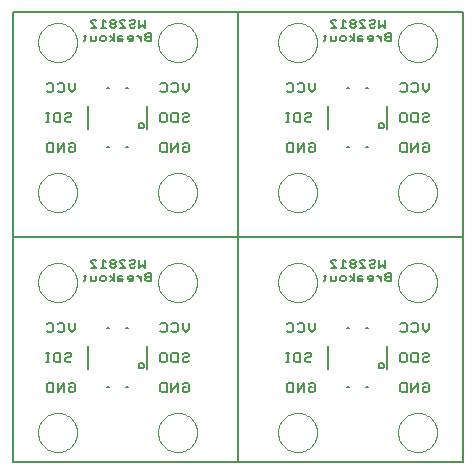
<source format=gbo>
G75*
G70*
%OFA0B0*%
%FSLAX24Y24*%
%IPPOS*%
%LPD*%
%AMOC8*
5,1,8,0,0,1.08239X$1,22.5*
%
%ADD10C,0.0080*%
%ADD11C,0.0000*%
D10*
X008338Y000501D02*
X008338Y015501D01*
X023338Y015501D01*
X023338Y000501D01*
X008338Y000501D01*
X009526Y002841D02*
X009473Y002895D01*
X009473Y003108D01*
X009526Y003161D01*
X009686Y003161D01*
X009686Y002841D01*
X009526Y002841D01*
X009841Y002841D02*
X009841Y003161D01*
X010055Y003161D02*
X009841Y002841D01*
X010055Y002841D02*
X010055Y003161D01*
X010210Y003108D02*
X010263Y003161D01*
X010370Y003161D01*
X010423Y003108D01*
X010423Y002895D01*
X010370Y002841D01*
X010263Y002841D01*
X010210Y002895D01*
X010210Y003001D01*
X010316Y003001D01*
X010854Y003608D02*
X010854Y004395D01*
X010300Y004108D02*
X010300Y004055D01*
X010247Y004001D01*
X010140Y004001D01*
X010087Y003948D01*
X010087Y003895D01*
X010140Y003841D01*
X010247Y003841D01*
X010300Y003895D01*
X009932Y003841D02*
X009772Y003841D01*
X009718Y003895D01*
X009718Y004108D01*
X009772Y004161D01*
X009932Y004161D01*
X009932Y003841D01*
X009564Y003841D02*
X009457Y003841D01*
X009510Y003841D02*
X009510Y004161D01*
X009457Y004161D02*
X009564Y004161D01*
X010087Y004108D02*
X010140Y004161D01*
X010247Y004161D01*
X010300Y004108D01*
X010316Y004841D02*
X010210Y004948D01*
X010210Y005161D01*
X010055Y005108D02*
X010055Y004895D01*
X010001Y004841D01*
X009895Y004841D01*
X009841Y004895D01*
X009686Y004895D02*
X009633Y004841D01*
X009526Y004841D01*
X009473Y004895D01*
X009473Y005108D02*
X009526Y005161D01*
X009633Y005161D01*
X009686Y005108D01*
X009686Y004895D01*
X009841Y005108D02*
X009895Y005161D01*
X010001Y005161D01*
X010055Y005108D01*
X010423Y005161D02*
X010423Y004948D01*
X010316Y004841D01*
X011484Y004986D02*
X011563Y004986D01*
X012114Y004986D02*
X012192Y004986D01*
X013268Y004895D02*
X013321Y004841D01*
X013428Y004841D01*
X013481Y004895D01*
X013481Y005108D01*
X013428Y005161D01*
X013321Y005161D01*
X013268Y005108D01*
X013636Y005108D02*
X013690Y005161D01*
X013796Y005161D01*
X013850Y005108D01*
X013850Y004895D01*
X013796Y004841D01*
X013690Y004841D01*
X013636Y004895D01*
X014005Y004948D02*
X014111Y004841D01*
X014218Y004948D01*
X014218Y005161D01*
X014005Y005161D02*
X014005Y004948D01*
X012822Y004395D02*
X012822Y003608D01*
X012538Y003726D02*
X012540Y003744D01*
X012546Y003762D01*
X012555Y003778D01*
X012567Y003791D01*
X012582Y003802D01*
X012599Y003810D01*
X012617Y003814D01*
X012635Y003814D01*
X012653Y003810D01*
X012670Y003802D01*
X012685Y003791D01*
X012697Y003778D01*
X012706Y003762D01*
X012712Y003744D01*
X012714Y003726D01*
X012712Y003708D01*
X012706Y003690D01*
X012697Y003674D01*
X012685Y003661D01*
X012670Y003650D01*
X012653Y003642D01*
X012635Y003638D01*
X012617Y003638D01*
X012599Y003642D01*
X012582Y003650D01*
X012567Y003661D01*
X012555Y003674D01*
X012546Y003690D01*
X012540Y003708D01*
X012538Y003726D01*
X013268Y003895D02*
X013268Y004108D01*
X013321Y004161D01*
X013428Y004161D01*
X013481Y004108D01*
X013481Y003895D01*
X013428Y003841D01*
X013321Y003841D01*
X013268Y003895D01*
X013636Y003895D02*
X013636Y004108D01*
X013690Y004161D01*
X013850Y004161D01*
X013850Y003841D01*
X013690Y003841D01*
X013636Y003895D01*
X014005Y003895D02*
X014005Y003948D01*
X014058Y004001D01*
X014165Y004001D01*
X014218Y004055D01*
X014218Y004108D01*
X014165Y004161D01*
X014058Y004161D01*
X014005Y004108D01*
X014005Y003895D02*
X014058Y003841D01*
X014165Y003841D01*
X014218Y003895D01*
X014165Y003161D02*
X014218Y003108D01*
X014218Y002895D01*
X014165Y002841D01*
X014058Y002841D01*
X014005Y002895D01*
X014005Y003001D01*
X014111Y003001D01*
X014005Y003108D02*
X014058Y003161D01*
X014165Y003161D01*
X013850Y003161D02*
X013636Y002841D01*
X013636Y003161D01*
X013481Y003161D02*
X013321Y003161D01*
X013268Y003108D01*
X013268Y002895D01*
X013321Y002841D01*
X013481Y002841D01*
X013481Y003161D01*
X013850Y003161D02*
X013850Y002841D01*
X012192Y003017D02*
X012114Y003017D01*
X011563Y003017D02*
X011484Y003017D01*
X017473Y003108D02*
X017473Y002895D01*
X017526Y002841D01*
X017686Y002841D01*
X017686Y003161D01*
X017526Y003161D01*
X017473Y003108D01*
X017841Y003161D02*
X017841Y002841D01*
X018055Y003161D01*
X018055Y002841D01*
X018210Y002895D02*
X018210Y003001D01*
X018316Y003001D01*
X018210Y002895D02*
X018263Y002841D01*
X018370Y002841D01*
X018423Y002895D01*
X018423Y003108D01*
X018370Y003161D01*
X018263Y003161D01*
X018210Y003108D01*
X018854Y003608D02*
X018854Y004395D01*
X018300Y004108D02*
X018300Y004055D01*
X018247Y004001D01*
X018140Y004001D01*
X018087Y003948D01*
X018087Y003895D01*
X018140Y003841D01*
X018247Y003841D01*
X018300Y003895D01*
X017932Y003841D02*
X017772Y003841D01*
X017718Y003895D01*
X017718Y004108D01*
X017772Y004161D01*
X017932Y004161D01*
X017932Y003841D01*
X017564Y003841D02*
X017457Y003841D01*
X017510Y003841D02*
X017510Y004161D01*
X017457Y004161D02*
X017564Y004161D01*
X018087Y004108D02*
X018140Y004161D01*
X018247Y004161D01*
X018300Y004108D01*
X018316Y004841D02*
X018210Y004948D01*
X018210Y005161D01*
X018055Y005108D02*
X018055Y004895D01*
X018001Y004841D01*
X017895Y004841D01*
X017841Y004895D01*
X017686Y004895D02*
X017633Y004841D01*
X017526Y004841D01*
X017473Y004895D01*
X017473Y005108D02*
X017526Y005161D01*
X017633Y005161D01*
X017686Y005108D01*
X017686Y004895D01*
X017841Y005108D02*
X017895Y005161D01*
X018001Y005161D01*
X018055Y005108D01*
X018423Y005161D02*
X018423Y004948D01*
X018316Y004841D01*
X019484Y004986D02*
X019563Y004986D01*
X020114Y004986D02*
X020192Y004986D01*
X021268Y004895D02*
X021321Y004841D01*
X021428Y004841D01*
X021481Y004895D01*
X021481Y005108D01*
X021428Y005161D01*
X021321Y005161D01*
X021268Y005108D01*
X021636Y005108D02*
X021690Y005161D01*
X021796Y005161D01*
X021850Y005108D01*
X021850Y004895D01*
X021796Y004841D01*
X021690Y004841D01*
X021636Y004895D01*
X022005Y004948D02*
X022111Y004841D01*
X022218Y004948D01*
X022218Y005161D01*
X022005Y005161D02*
X022005Y004948D01*
X020822Y004395D02*
X020822Y003608D01*
X020538Y003726D02*
X020540Y003744D01*
X020546Y003762D01*
X020555Y003778D01*
X020567Y003791D01*
X020582Y003802D01*
X020599Y003810D01*
X020617Y003814D01*
X020635Y003814D01*
X020653Y003810D01*
X020670Y003802D01*
X020685Y003791D01*
X020697Y003778D01*
X020706Y003762D01*
X020712Y003744D01*
X020714Y003726D01*
X020712Y003708D01*
X020706Y003690D01*
X020697Y003674D01*
X020685Y003661D01*
X020670Y003650D01*
X020653Y003642D01*
X020635Y003638D01*
X020617Y003638D01*
X020599Y003642D01*
X020582Y003650D01*
X020567Y003661D01*
X020555Y003674D01*
X020546Y003690D01*
X020540Y003708D01*
X020538Y003726D01*
X021268Y003895D02*
X021268Y004108D01*
X021321Y004161D01*
X021428Y004161D01*
X021481Y004108D01*
X021481Y003895D01*
X021428Y003841D01*
X021321Y003841D01*
X021268Y003895D01*
X021636Y003895D02*
X021636Y004108D01*
X021690Y004161D01*
X021850Y004161D01*
X021850Y003841D01*
X021690Y003841D01*
X021636Y003895D01*
X022005Y003895D02*
X022005Y003948D01*
X022058Y004001D01*
X022165Y004001D01*
X022218Y004055D01*
X022218Y004108D01*
X022165Y004161D01*
X022058Y004161D01*
X022005Y004108D01*
X022005Y003895D02*
X022058Y003841D01*
X022165Y003841D01*
X022218Y003895D01*
X022165Y003161D02*
X022218Y003108D01*
X022218Y002895D01*
X022165Y002841D01*
X022058Y002841D01*
X022005Y002895D01*
X022005Y003001D01*
X022111Y003001D01*
X022005Y003108D02*
X022058Y003161D01*
X022165Y003161D01*
X021850Y003161D02*
X021636Y002841D01*
X021636Y003161D01*
X021481Y003161D02*
X021321Y003161D01*
X021268Y003108D01*
X021268Y002895D01*
X021321Y002841D01*
X021481Y002841D01*
X021481Y003161D01*
X021850Y003161D02*
X021850Y002841D01*
X020192Y003017D02*
X020114Y003017D01*
X019563Y003017D02*
X019484Y003017D01*
X015838Y000501D02*
X015838Y015501D01*
X012948Y014811D02*
X012948Y014541D01*
X012813Y014541D01*
X012768Y014586D01*
X012768Y014631D01*
X012813Y014676D01*
X012948Y014676D01*
X012813Y014676D02*
X012768Y014721D01*
X012768Y014766D01*
X012813Y014811D01*
X012948Y014811D01*
X012748Y014991D02*
X012658Y015081D01*
X012568Y014991D01*
X012568Y015261D01*
X012426Y015216D02*
X012426Y015171D01*
X012381Y015126D01*
X012291Y015126D01*
X012246Y015081D01*
X012246Y015036D01*
X012291Y014991D01*
X012381Y014991D01*
X012426Y015036D01*
X012426Y015216D02*
X012381Y015261D01*
X012291Y015261D01*
X012246Y015216D01*
X012104Y015216D02*
X012059Y015261D01*
X011969Y015261D01*
X011924Y015216D01*
X011924Y015171D01*
X012104Y014991D01*
X011924Y014991D01*
X011781Y015036D02*
X011781Y015081D01*
X011736Y015126D01*
X011646Y015126D01*
X011601Y015081D01*
X011601Y015036D01*
X011646Y014991D01*
X011736Y014991D01*
X011781Y015036D01*
X011736Y015126D02*
X011781Y015171D01*
X011781Y015216D01*
X011736Y015261D01*
X011646Y015261D01*
X011601Y015216D01*
X011601Y015171D01*
X011646Y015126D01*
X011459Y015171D02*
X011369Y015261D01*
X011369Y014991D01*
X011459Y014991D02*
X011279Y014991D01*
X011137Y014991D02*
X010957Y015171D01*
X010957Y015216D01*
X011002Y015261D01*
X011092Y015261D01*
X011137Y015216D01*
X011137Y014991D02*
X010957Y014991D01*
X010942Y014721D02*
X010942Y014541D01*
X011077Y014541D01*
X011122Y014586D01*
X011122Y014721D01*
X011264Y014676D02*
X011264Y014586D01*
X011309Y014541D01*
X011399Y014541D01*
X011444Y014586D01*
X011444Y014676D01*
X011399Y014721D01*
X011309Y014721D01*
X011264Y014676D01*
X011578Y014721D02*
X011713Y014631D01*
X011578Y014541D01*
X011713Y014541D02*
X011713Y014811D01*
X011855Y014676D02*
X011855Y014541D01*
X011990Y014541D01*
X012035Y014586D01*
X011990Y014631D01*
X011855Y014631D01*
X011855Y014676D02*
X011900Y014721D01*
X011990Y014721D01*
X012177Y014676D02*
X012177Y014631D01*
X012357Y014631D01*
X012357Y014586D02*
X012357Y014676D01*
X012312Y014721D01*
X012222Y014721D01*
X012177Y014676D01*
X012222Y014541D02*
X012312Y014541D01*
X012357Y014586D01*
X012491Y014721D02*
X012536Y014721D01*
X012626Y014631D01*
X012626Y014541D02*
X012626Y014721D01*
X012748Y014991D02*
X012748Y015261D01*
X010800Y014721D02*
X010710Y014721D01*
X010755Y014766D02*
X010755Y014586D01*
X010710Y014541D01*
X010423Y013161D02*
X010423Y012948D01*
X010316Y012841D01*
X010210Y012948D01*
X010210Y013161D01*
X010055Y013108D02*
X010055Y012895D01*
X010001Y012841D01*
X009895Y012841D01*
X009841Y012895D01*
X009686Y012895D02*
X009633Y012841D01*
X009526Y012841D01*
X009473Y012895D01*
X009686Y012895D02*
X009686Y013108D01*
X009633Y013161D01*
X009526Y013161D01*
X009473Y013108D01*
X009841Y013108D02*
X009895Y013161D01*
X010001Y013161D01*
X010055Y013108D01*
X011484Y012986D02*
X011563Y012986D01*
X012114Y012986D02*
X012192Y012986D01*
X013268Y012895D02*
X013321Y012841D01*
X013428Y012841D01*
X013481Y012895D01*
X013481Y013108D01*
X013428Y013161D01*
X013321Y013161D01*
X013268Y013108D01*
X013636Y013108D02*
X013690Y013161D01*
X013796Y013161D01*
X013850Y013108D01*
X013850Y012895D01*
X013796Y012841D01*
X013690Y012841D01*
X013636Y012895D01*
X014005Y012948D02*
X014005Y013161D01*
X014005Y012948D02*
X014111Y012841D01*
X014218Y012948D01*
X014218Y013161D01*
X012822Y012395D02*
X012822Y011608D01*
X012538Y011726D02*
X012540Y011744D01*
X012546Y011762D01*
X012555Y011778D01*
X012567Y011791D01*
X012582Y011802D01*
X012599Y011810D01*
X012617Y011814D01*
X012635Y011814D01*
X012653Y011810D01*
X012670Y011802D01*
X012685Y011791D01*
X012697Y011778D01*
X012706Y011762D01*
X012712Y011744D01*
X012714Y011726D01*
X012712Y011708D01*
X012706Y011690D01*
X012697Y011674D01*
X012685Y011661D01*
X012670Y011650D01*
X012653Y011642D01*
X012635Y011638D01*
X012617Y011638D01*
X012599Y011642D01*
X012582Y011650D01*
X012567Y011661D01*
X012555Y011674D01*
X012546Y011690D01*
X012540Y011708D01*
X012538Y011726D01*
X013268Y011895D02*
X013268Y012108D01*
X013321Y012161D01*
X013428Y012161D01*
X013481Y012108D01*
X013481Y011895D01*
X013428Y011841D01*
X013321Y011841D01*
X013268Y011895D01*
X013636Y011895D02*
X013636Y012108D01*
X013690Y012161D01*
X013850Y012161D01*
X013850Y011841D01*
X013690Y011841D01*
X013636Y011895D01*
X014005Y011895D02*
X014058Y011841D01*
X014165Y011841D01*
X014218Y011895D01*
X014165Y012001D02*
X014058Y012001D01*
X014005Y011948D01*
X014005Y011895D01*
X014165Y012001D02*
X014218Y012055D01*
X014218Y012108D01*
X014165Y012161D01*
X014058Y012161D01*
X014005Y012108D01*
X014058Y011161D02*
X014165Y011161D01*
X014218Y011108D01*
X014218Y010895D01*
X014165Y010841D01*
X014058Y010841D01*
X014005Y010895D01*
X014005Y011001D01*
X014111Y011001D01*
X014005Y011108D02*
X014058Y011161D01*
X013850Y011161D02*
X013636Y010841D01*
X013636Y011161D01*
X013481Y011161D02*
X013321Y011161D01*
X013268Y011108D01*
X013268Y010895D01*
X013321Y010841D01*
X013481Y010841D01*
X013481Y011161D01*
X013850Y011161D02*
X013850Y010841D01*
X012192Y011017D02*
X012114Y011017D01*
X011563Y011017D02*
X011484Y011017D01*
X010423Y011108D02*
X010423Y010895D01*
X010370Y010841D01*
X010263Y010841D01*
X010210Y010895D01*
X010210Y011001D01*
X010316Y011001D01*
X010210Y011108D02*
X010263Y011161D01*
X010370Y011161D01*
X010423Y011108D01*
X010055Y011161D02*
X009841Y010841D01*
X009841Y011161D01*
X009686Y011161D02*
X009526Y011161D01*
X009473Y011108D01*
X009473Y010895D01*
X009526Y010841D01*
X009686Y010841D01*
X009686Y011161D01*
X010055Y011161D02*
X010055Y010841D01*
X010854Y011608D02*
X010854Y012395D01*
X010300Y012108D02*
X010300Y012055D01*
X010247Y012001D01*
X010140Y012001D01*
X010087Y011948D01*
X010087Y011895D01*
X010140Y011841D01*
X010247Y011841D01*
X010300Y011895D01*
X010300Y012108D02*
X010247Y012161D01*
X010140Y012161D01*
X010087Y012108D01*
X009932Y012161D02*
X009772Y012161D01*
X009718Y012108D01*
X009718Y011895D01*
X009772Y011841D01*
X009932Y011841D01*
X009932Y012161D01*
X009564Y012161D02*
X009457Y012161D01*
X009510Y012161D02*
X009510Y011841D01*
X009457Y011841D02*
X009564Y011841D01*
X017457Y011841D02*
X017564Y011841D01*
X017510Y011841D02*
X017510Y012161D01*
X017457Y012161D02*
X017564Y012161D01*
X017718Y012108D02*
X017772Y012161D01*
X017932Y012161D01*
X017932Y011841D01*
X017772Y011841D01*
X017718Y011895D01*
X017718Y012108D01*
X018087Y012108D02*
X018140Y012161D01*
X018247Y012161D01*
X018300Y012108D01*
X018300Y012055D01*
X018247Y012001D01*
X018140Y012001D01*
X018087Y011948D01*
X018087Y011895D01*
X018140Y011841D01*
X018247Y011841D01*
X018300Y011895D01*
X018854Y011608D02*
X018854Y012395D01*
X018316Y012841D02*
X018210Y012948D01*
X018210Y013161D01*
X018055Y013108D02*
X018055Y012895D01*
X018001Y012841D01*
X017895Y012841D01*
X017841Y012895D01*
X017686Y012895D02*
X017633Y012841D01*
X017526Y012841D01*
X017473Y012895D01*
X017686Y012895D02*
X017686Y013108D01*
X017633Y013161D01*
X017526Y013161D01*
X017473Y013108D01*
X017841Y013108D02*
X017895Y013161D01*
X018001Y013161D01*
X018055Y013108D01*
X018423Y013161D02*
X018423Y012948D01*
X018316Y012841D01*
X019484Y012986D02*
X019563Y012986D01*
X020114Y012986D02*
X020192Y012986D01*
X021268Y012895D02*
X021321Y012841D01*
X021428Y012841D01*
X021481Y012895D01*
X021481Y013108D01*
X021428Y013161D01*
X021321Y013161D01*
X021268Y013108D01*
X021636Y013108D02*
X021690Y013161D01*
X021796Y013161D01*
X021850Y013108D01*
X021850Y012895D01*
X021796Y012841D01*
X021690Y012841D01*
X021636Y012895D01*
X022005Y012948D02*
X022005Y013161D01*
X022005Y012948D02*
X022111Y012841D01*
X022218Y012948D01*
X022218Y013161D01*
X020822Y012395D02*
X020822Y011608D01*
X020538Y011726D02*
X020540Y011744D01*
X020546Y011762D01*
X020555Y011778D01*
X020567Y011791D01*
X020582Y011802D01*
X020599Y011810D01*
X020617Y011814D01*
X020635Y011814D01*
X020653Y011810D01*
X020670Y011802D01*
X020685Y011791D01*
X020697Y011778D01*
X020706Y011762D01*
X020712Y011744D01*
X020714Y011726D01*
X020712Y011708D01*
X020706Y011690D01*
X020697Y011674D01*
X020685Y011661D01*
X020670Y011650D01*
X020653Y011642D01*
X020635Y011638D01*
X020617Y011638D01*
X020599Y011642D01*
X020582Y011650D01*
X020567Y011661D01*
X020555Y011674D01*
X020546Y011690D01*
X020540Y011708D01*
X020538Y011726D01*
X021268Y011895D02*
X021268Y012108D01*
X021321Y012161D01*
X021428Y012161D01*
X021481Y012108D01*
X021481Y011895D01*
X021428Y011841D01*
X021321Y011841D01*
X021268Y011895D01*
X021636Y011895D02*
X021636Y012108D01*
X021690Y012161D01*
X021850Y012161D01*
X021850Y011841D01*
X021690Y011841D01*
X021636Y011895D01*
X022005Y011895D02*
X022058Y011841D01*
X022165Y011841D01*
X022218Y011895D01*
X022165Y012001D02*
X022058Y012001D01*
X022005Y011948D01*
X022005Y011895D01*
X022165Y012001D02*
X022218Y012055D01*
X022218Y012108D01*
X022165Y012161D01*
X022058Y012161D01*
X022005Y012108D01*
X022058Y011161D02*
X022165Y011161D01*
X022218Y011108D01*
X022218Y010895D01*
X022165Y010841D01*
X022058Y010841D01*
X022005Y010895D01*
X022005Y011001D01*
X022111Y011001D01*
X022005Y011108D02*
X022058Y011161D01*
X021850Y011161D02*
X021636Y010841D01*
X021636Y011161D01*
X021481Y011161D02*
X021321Y011161D01*
X021268Y011108D01*
X021268Y010895D01*
X021321Y010841D01*
X021481Y010841D01*
X021481Y011161D01*
X021850Y011161D02*
X021850Y010841D01*
X020192Y011017D02*
X020114Y011017D01*
X019563Y011017D02*
X019484Y011017D01*
X018423Y011108D02*
X018423Y010895D01*
X018370Y010841D01*
X018263Y010841D01*
X018210Y010895D01*
X018210Y011001D01*
X018316Y011001D01*
X018210Y011108D02*
X018263Y011161D01*
X018370Y011161D01*
X018423Y011108D01*
X018055Y011161D02*
X017841Y010841D01*
X017841Y011161D01*
X017686Y011161D02*
X017526Y011161D01*
X017473Y011108D01*
X017473Y010895D01*
X017526Y010841D01*
X017686Y010841D01*
X017686Y011161D01*
X018055Y011161D02*
X018055Y010841D01*
X023338Y008001D02*
X008338Y008001D01*
X010957Y007216D02*
X011002Y007261D01*
X011092Y007261D01*
X011137Y007216D01*
X010957Y007216D02*
X010957Y007171D01*
X011137Y006991D01*
X010957Y006991D01*
X010755Y006766D02*
X010755Y006586D01*
X010710Y006541D01*
X010710Y006721D02*
X010800Y006721D01*
X010942Y006721D02*
X010942Y006541D01*
X011077Y006541D01*
X011122Y006586D01*
X011122Y006721D01*
X011264Y006676D02*
X011264Y006586D01*
X011309Y006541D01*
X011399Y006541D01*
X011444Y006586D01*
X011444Y006676D01*
X011399Y006721D01*
X011309Y006721D01*
X011264Y006676D01*
X011578Y006721D02*
X011713Y006631D01*
X011578Y006541D01*
X011713Y006541D02*
X011713Y006811D01*
X011736Y006991D02*
X011781Y007036D01*
X011781Y007081D01*
X011736Y007126D01*
X011646Y007126D01*
X011601Y007081D01*
X011601Y007036D01*
X011646Y006991D01*
X011736Y006991D01*
X011736Y007126D02*
X011781Y007171D01*
X011781Y007216D01*
X011736Y007261D01*
X011646Y007261D01*
X011601Y007216D01*
X011601Y007171D01*
X011646Y007126D01*
X011459Y007171D02*
X011369Y007261D01*
X011369Y006991D01*
X011459Y006991D02*
X011279Y006991D01*
X011924Y006991D02*
X012104Y006991D01*
X011924Y007171D01*
X011924Y007216D01*
X011969Y007261D01*
X012059Y007261D01*
X012104Y007216D01*
X012246Y007216D02*
X012291Y007261D01*
X012381Y007261D01*
X012426Y007216D01*
X012426Y007171D01*
X012381Y007126D01*
X012291Y007126D01*
X012246Y007081D01*
X012246Y007036D01*
X012291Y006991D01*
X012381Y006991D01*
X012426Y007036D01*
X012568Y006991D02*
X012658Y007081D01*
X012748Y006991D01*
X012748Y007261D01*
X012568Y007261D02*
X012568Y006991D01*
X012768Y006766D02*
X012768Y006721D01*
X012813Y006676D01*
X012948Y006676D01*
X012948Y006541D02*
X012813Y006541D01*
X012768Y006586D01*
X012768Y006631D01*
X012813Y006676D01*
X012768Y006766D02*
X012813Y006811D01*
X012948Y006811D01*
X012948Y006541D01*
X012626Y006541D02*
X012626Y006721D01*
X012626Y006631D02*
X012536Y006721D01*
X012491Y006721D01*
X012357Y006676D02*
X012357Y006586D01*
X012312Y006541D01*
X012222Y006541D01*
X012177Y006631D02*
X012357Y006631D01*
X012357Y006676D02*
X012312Y006721D01*
X012222Y006721D01*
X012177Y006676D01*
X012177Y006631D01*
X012035Y006586D02*
X011990Y006631D01*
X011855Y006631D01*
X011855Y006676D02*
X011855Y006541D01*
X011990Y006541D01*
X012035Y006586D01*
X011990Y006721D02*
X011900Y006721D01*
X011855Y006676D01*
X018710Y006721D02*
X018800Y006721D01*
X018755Y006766D02*
X018755Y006586D01*
X018710Y006541D01*
X018942Y006541D02*
X018942Y006721D01*
X018942Y006541D02*
X019077Y006541D01*
X019122Y006586D01*
X019122Y006721D01*
X019264Y006676D02*
X019309Y006721D01*
X019399Y006721D01*
X019444Y006676D01*
X019444Y006586D01*
X019399Y006541D01*
X019309Y006541D01*
X019264Y006586D01*
X019264Y006676D01*
X019578Y006721D02*
X019713Y006631D01*
X019578Y006541D01*
X019713Y006541D02*
X019713Y006811D01*
X019736Y006991D02*
X019781Y007036D01*
X019781Y007081D01*
X019736Y007126D01*
X019646Y007126D01*
X019601Y007081D01*
X019601Y007036D01*
X019646Y006991D01*
X019736Y006991D01*
X019736Y007126D02*
X019781Y007171D01*
X019781Y007216D01*
X019736Y007261D01*
X019646Y007261D01*
X019601Y007216D01*
X019601Y007171D01*
X019646Y007126D01*
X019459Y007171D02*
X019369Y007261D01*
X019369Y006991D01*
X019459Y006991D02*
X019279Y006991D01*
X019137Y006991D02*
X018957Y007171D01*
X018957Y007216D01*
X019002Y007261D01*
X019092Y007261D01*
X019137Y007216D01*
X019137Y006991D02*
X018957Y006991D01*
X019855Y006676D02*
X019855Y006541D01*
X019990Y006541D01*
X020035Y006586D01*
X019990Y006631D01*
X019855Y006631D01*
X019855Y006676D02*
X019900Y006721D01*
X019990Y006721D01*
X020177Y006676D02*
X020177Y006631D01*
X020357Y006631D01*
X020357Y006586D02*
X020357Y006676D01*
X020312Y006721D01*
X020222Y006721D01*
X020177Y006676D01*
X020222Y006541D02*
X020312Y006541D01*
X020357Y006586D01*
X020491Y006721D02*
X020536Y006721D01*
X020626Y006631D01*
X020626Y006541D02*
X020626Y006721D01*
X020768Y006721D02*
X020768Y006766D01*
X020813Y006811D01*
X020948Y006811D01*
X020948Y006541D01*
X020813Y006541D01*
X020768Y006586D01*
X020768Y006631D01*
X020813Y006676D01*
X020948Y006676D01*
X020813Y006676D02*
X020768Y006721D01*
X020748Y006991D02*
X020658Y007081D01*
X020568Y006991D01*
X020568Y007261D01*
X020426Y007216D02*
X020381Y007261D01*
X020291Y007261D01*
X020246Y007216D01*
X020291Y007126D02*
X020246Y007081D01*
X020246Y007036D01*
X020291Y006991D01*
X020381Y006991D01*
X020426Y007036D01*
X020381Y007126D02*
X020291Y007126D01*
X020381Y007126D02*
X020426Y007171D01*
X020426Y007216D01*
X020104Y007216D02*
X020059Y007261D01*
X019969Y007261D01*
X019924Y007216D01*
X019924Y007171D01*
X020104Y006991D01*
X019924Y006991D01*
X020748Y006991D02*
X020748Y007261D01*
X020813Y014541D02*
X020948Y014541D01*
X020948Y014811D01*
X020813Y014811D01*
X020768Y014766D01*
X020768Y014721D01*
X020813Y014676D01*
X020948Y014676D01*
X020813Y014676D02*
X020768Y014631D01*
X020768Y014586D01*
X020813Y014541D01*
X020626Y014541D02*
X020626Y014721D01*
X020626Y014631D02*
X020536Y014721D01*
X020491Y014721D01*
X020357Y014676D02*
X020312Y014721D01*
X020222Y014721D01*
X020177Y014676D01*
X020177Y014631D01*
X020357Y014631D01*
X020357Y014586D02*
X020357Y014676D01*
X020357Y014586D02*
X020312Y014541D01*
X020222Y014541D01*
X020035Y014586D02*
X019990Y014631D01*
X019855Y014631D01*
X019855Y014676D02*
X019855Y014541D01*
X019990Y014541D01*
X020035Y014586D01*
X019990Y014721D02*
X019900Y014721D01*
X019855Y014676D01*
X019713Y014631D02*
X019578Y014541D01*
X019713Y014541D02*
X019713Y014811D01*
X019578Y014721D02*
X019713Y014631D01*
X019444Y014586D02*
X019399Y014541D01*
X019309Y014541D01*
X019264Y014586D01*
X019264Y014676D01*
X019309Y014721D01*
X019399Y014721D01*
X019444Y014676D01*
X019444Y014586D01*
X019122Y014586D02*
X019122Y014721D01*
X019122Y014586D02*
X019077Y014541D01*
X018942Y014541D01*
X018942Y014721D01*
X018800Y014721D02*
X018710Y014721D01*
X018755Y014766D02*
X018755Y014586D01*
X018710Y014541D01*
X018957Y014991D02*
X019137Y014991D01*
X018957Y015171D01*
X018957Y015216D01*
X019002Y015261D01*
X019092Y015261D01*
X019137Y015216D01*
X019369Y015261D02*
X019369Y014991D01*
X019459Y014991D02*
X019279Y014991D01*
X019459Y015171D02*
X019369Y015261D01*
X019601Y015216D02*
X019646Y015261D01*
X019736Y015261D01*
X019781Y015216D01*
X019781Y015171D01*
X019736Y015126D01*
X019646Y015126D01*
X019601Y015081D01*
X019601Y015036D01*
X019646Y014991D01*
X019736Y014991D01*
X019781Y015036D01*
X019781Y015081D01*
X019736Y015126D01*
X019646Y015126D02*
X019601Y015171D01*
X019601Y015216D01*
X019924Y015216D02*
X019969Y015261D01*
X020059Y015261D01*
X020104Y015216D01*
X020246Y015216D02*
X020291Y015261D01*
X020381Y015261D01*
X020426Y015216D01*
X020426Y015171D01*
X020381Y015126D01*
X020291Y015126D01*
X020246Y015081D01*
X020246Y015036D01*
X020291Y014991D01*
X020381Y014991D01*
X020426Y015036D01*
X020568Y014991D02*
X020568Y015261D01*
X020748Y015261D02*
X020748Y014991D01*
X020658Y015081D01*
X020568Y014991D01*
X020104Y014991D02*
X019924Y015171D01*
X019924Y015216D01*
X019924Y014991D02*
X020104Y014991D01*
D11*
X021188Y014501D02*
X021190Y014551D01*
X021196Y014601D01*
X021206Y014651D01*
X021219Y014699D01*
X021236Y014747D01*
X021257Y014793D01*
X021281Y014837D01*
X021309Y014879D01*
X021340Y014919D01*
X021374Y014956D01*
X021411Y014991D01*
X021450Y015022D01*
X021491Y015051D01*
X021535Y015076D01*
X021581Y015098D01*
X021628Y015116D01*
X021676Y015130D01*
X021725Y015141D01*
X021775Y015148D01*
X021825Y015151D01*
X021876Y015150D01*
X021926Y015145D01*
X021976Y015136D01*
X022024Y015124D01*
X022072Y015107D01*
X022118Y015087D01*
X022163Y015064D01*
X022206Y015037D01*
X022246Y015007D01*
X022284Y014974D01*
X022319Y014938D01*
X022352Y014899D01*
X022381Y014858D01*
X022407Y014815D01*
X022430Y014770D01*
X022449Y014723D01*
X022464Y014675D01*
X022476Y014626D01*
X022484Y014576D01*
X022488Y014526D01*
X022488Y014476D01*
X022484Y014426D01*
X022476Y014376D01*
X022464Y014327D01*
X022449Y014279D01*
X022430Y014232D01*
X022407Y014187D01*
X022381Y014144D01*
X022352Y014103D01*
X022319Y014064D01*
X022284Y014028D01*
X022246Y013995D01*
X022206Y013965D01*
X022163Y013938D01*
X022118Y013915D01*
X022072Y013895D01*
X022024Y013878D01*
X021976Y013866D01*
X021926Y013857D01*
X021876Y013852D01*
X021825Y013851D01*
X021775Y013854D01*
X021725Y013861D01*
X021676Y013872D01*
X021628Y013886D01*
X021581Y013904D01*
X021535Y013926D01*
X021491Y013951D01*
X021450Y013980D01*
X021411Y014011D01*
X021374Y014046D01*
X021340Y014083D01*
X021309Y014123D01*
X021281Y014165D01*
X021257Y014209D01*
X021236Y014255D01*
X021219Y014303D01*
X021206Y014351D01*
X021196Y014401D01*
X021190Y014451D01*
X021188Y014501D01*
X017188Y014501D02*
X017190Y014551D01*
X017196Y014601D01*
X017206Y014651D01*
X017219Y014699D01*
X017236Y014747D01*
X017257Y014793D01*
X017281Y014837D01*
X017309Y014879D01*
X017340Y014919D01*
X017374Y014956D01*
X017411Y014991D01*
X017450Y015022D01*
X017491Y015051D01*
X017535Y015076D01*
X017581Y015098D01*
X017628Y015116D01*
X017676Y015130D01*
X017725Y015141D01*
X017775Y015148D01*
X017825Y015151D01*
X017876Y015150D01*
X017926Y015145D01*
X017976Y015136D01*
X018024Y015124D01*
X018072Y015107D01*
X018118Y015087D01*
X018163Y015064D01*
X018206Y015037D01*
X018246Y015007D01*
X018284Y014974D01*
X018319Y014938D01*
X018352Y014899D01*
X018381Y014858D01*
X018407Y014815D01*
X018430Y014770D01*
X018449Y014723D01*
X018464Y014675D01*
X018476Y014626D01*
X018484Y014576D01*
X018488Y014526D01*
X018488Y014476D01*
X018484Y014426D01*
X018476Y014376D01*
X018464Y014327D01*
X018449Y014279D01*
X018430Y014232D01*
X018407Y014187D01*
X018381Y014144D01*
X018352Y014103D01*
X018319Y014064D01*
X018284Y014028D01*
X018246Y013995D01*
X018206Y013965D01*
X018163Y013938D01*
X018118Y013915D01*
X018072Y013895D01*
X018024Y013878D01*
X017976Y013866D01*
X017926Y013857D01*
X017876Y013852D01*
X017825Y013851D01*
X017775Y013854D01*
X017725Y013861D01*
X017676Y013872D01*
X017628Y013886D01*
X017581Y013904D01*
X017535Y013926D01*
X017491Y013951D01*
X017450Y013980D01*
X017411Y014011D01*
X017374Y014046D01*
X017340Y014083D01*
X017309Y014123D01*
X017281Y014165D01*
X017257Y014209D01*
X017236Y014255D01*
X017219Y014303D01*
X017206Y014351D01*
X017196Y014401D01*
X017190Y014451D01*
X017188Y014501D01*
X013188Y014501D02*
X013190Y014551D01*
X013196Y014601D01*
X013206Y014651D01*
X013219Y014699D01*
X013236Y014747D01*
X013257Y014793D01*
X013281Y014837D01*
X013309Y014879D01*
X013340Y014919D01*
X013374Y014956D01*
X013411Y014991D01*
X013450Y015022D01*
X013491Y015051D01*
X013535Y015076D01*
X013581Y015098D01*
X013628Y015116D01*
X013676Y015130D01*
X013725Y015141D01*
X013775Y015148D01*
X013825Y015151D01*
X013876Y015150D01*
X013926Y015145D01*
X013976Y015136D01*
X014024Y015124D01*
X014072Y015107D01*
X014118Y015087D01*
X014163Y015064D01*
X014206Y015037D01*
X014246Y015007D01*
X014284Y014974D01*
X014319Y014938D01*
X014352Y014899D01*
X014381Y014858D01*
X014407Y014815D01*
X014430Y014770D01*
X014449Y014723D01*
X014464Y014675D01*
X014476Y014626D01*
X014484Y014576D01*
X014488Y014526D01*
X014488Y014476D01*
X014484Y014426D01*
X014476Y014376D01*
X014464Y014327D01*
X014449Y014279D01*
X014430Y014232D01*
X014407Y014187D01*
X014381Y014144D01*
X014352Y014103D01*
X014319Y014064D01*
X014284Y014028D01*
X014246Y013995D01*
X014206Y013965D01*
X014163Y013938D01*
X014118Y013915D01*
X014072Y013895D01*
X014024Y013878D01*
X013976Y013866D01*
X013926Y013857D01*
X013876Y013852D01*
X013825Y013851D01*
X013775Y013854D01*
X013725Y013861D01*
X013676Y013872D01*
X013628Y013886D01*
X013581Y013904D01*
X013535Y013926D01*
X013491Y013951D01*
X013450Y013980D01*
X013411Y014011D01*
X013374Y014046D01*
X013340Y014083D01*
X013309Y014123D01*
X013281Y014165D01*
X013257Y014209D01*
X013236Y014255D01*
X013219Y014303D01*
X013206Y014351D01*
X013196Y014401D01*
X013190Y014451D01*
X013188Y014501D01*
X009188Y014501D02*
X009190Y014551D01*
X009196Y014601D01*
X009206Y014651D01*
X009219Y014699D01*
X009236Y014747D01*
X009257Y014793D01*
X009281Y014837D01*
X009309Y014879D01*
X009340Y014919D01*
X009374Y014956D01*
X009411Y014991D01*
X009450Y015022D01*
X009491Y015051D01*
X009535Y015076D01*
X009581Y015098D01*
X009628Y015116D01*
X009676Y015130D01*
X009725Y015141D01*
X009775Y015148D01*
X009825Y015151D01*
X009876Y015150D01*
X009926Y015145D01*
X009976Y015136D01*
X010024Y015124D01*
X010072Y015107D01*
X010118Y015087D01*
X010163Y015064D01*
X010206Y015037D01*
X010246Y015007D01*
X010284Y014974D01*
X010319Y014938D01*
X010352Y014899D01*
X010381Y014858D01*
X010407Y014815D01*
X010430Y014770D01*
X010449Y014723D01*
X010464Y014675D01*
X010476Y014626D01*
X010484Y014576D01*
X010488Y014526D01*
X010488Y014476D01*
X010484Y014426D01*
X010476Y014376D01*
X010464Y014327D01*
X010449Y014279D01*
X010430Y014232D01*
X010407Y014187D01*
X010381Y014144D01*
X010352Y014103D01*
X010319Y014064D01*
X010284Y014028D01*
X010246Y013995D01*
X010206Y013965D01*
X010163Y013938D01*
X010118Y013915D01*
X010072Y013895D01*
X010024Y013878D01*
X009976Y013866D01*
X009926Y013857D01*
X009876Y013852D01*
X009825Y013851D01*
X009775Y013854D01*
X009725Y013861D01*
X009676Y013872D01*
X009628Y013886D01*
X009581Y013904D01*
X009535Y013926D01*
X009491Y013951D01*
X009450Y013980D01*
X009411Y014011D01*
X009374Y014046D01*
X009340Y014083D01*
X009309Y014123D01*
X009281Y014165D01*
X009257Y014209D01*
X009236Y014255D01*
X009219Y014303D01*
X009206Y014351D01*
X009196Y014401D01*
X009190Y014451D01*
X009188Y014501D01*
X009188Y009501D02*
X009190Y009551D01*
X009196Y009601D01*
X009206Y009651D01*
X009219Y009699D01*
X009236Y009747D01*
X009257Y009793D01*
X009281Y009837D01*
X009309Y009879D01*
X009340Y009919D01*
X009374Y009956D01*
X009411Y009991D01*
X009450Y010022D01*
X009491Y010051D01*
X009535Y010076D01*
X009581Y010098D01*
X009628Y010116D01*
X009676Y010130D01*
X009725Y010141D01*
X009775Y010148D01*
X009825Y010151D01*
X009876Y010150D01*
X009926Y010145D01*
X009976Y010136D01*
X010024Y010124D01*
X010072Y010107D01*
X010118Y010087D01*
X010163Y010064D01*
X010206Y010037D01*
X010246Y010007D01*
X010284Y009974D01*
X010319Y009938D01*
X010352Y009899D01*
X010381Y009858D01*
X010407Y009815D01*
X010430Y009770D01*
X010449Y009723D01*
X010464Y009675D01*
X010476Y009626D01*
X010484Y009576D01*
X010488Y009526D01*
X010488Y009476D01*
X010484Y009426D01*
X010476Y009376D01*
X010464Y009327D01*
X010449Y009279D01*
X010430Y009232D01*
X010407Y009187D01*
X010381Y009144D01*
X010352Y009103D01*
X010319Y009064D01*
X010284Y009028D01*
X010246Y008995D01*
X010206Y008965D01*
X010163Y008938D01*
X010118Y008915D01*
X010072Y008895D01*
X010024Y008878D01*
X009976Y008866D01*
X009926Y008857D01*
X009876Y008852D01*
X009825Y008851D01*
X009775Y008854D01*
X009725Y008861D01*
X009676Y008872D01*
X009628Y008886D01*
X009581Y008904D01*
X009535Y008926D01*
X009491Y008951D01*
X009450Y008980D01*
X009411Y009011D01*
X009374Y009046D01*
X009340Y009083D01*
X009309Y009123D01*
X009281Y009165D01*
X009257Y009209D01*
X009236Y009255D01*
X009219Y009303D01*
X009206Y009351D01*
X009196Y009401D01*
X009190Y009451D01*
X009188Y009501D01*
X013188Y009501D02*
X013190Y009551D01*
X013196Y009601D01*
X013206Y009651D01*
X013219Y009699D01*
X013236Y009747D01*
X013257Y009793D01*
X013281Y009837D01*
X013309Y009879D01*
X013340Y009919D01*
X013374Y009956D01*
X013411Y009991D01*
X013450Y010022D01*
X013491Y010051D01*
X013535Y010076D01*
X013581Y010098D01*
X013628Y010116D01*
X013676Y010130D01*
X013725Y010141D01*
X013775Y010148D01*
X013825Y010151D01*
X013876Y010150D01*
X013926Y010145D01*
X013976Y010136D01*
X014024Y010124D01*
X014072Y010107D01*
X014118Y010087D01*
X014163Y010064D01*
X014206Y010037D01*
X014246Y010007D01*
X014284Y009974D01*
X014319Y009938D01*
X014352Y009899D01*
X014381Y009858D01*
X014407Y009815D01*
X014430Y009770D01*
X014449Y009723D01*
X014464Y009675D01*
X014476Y009626D01*
X014484Y009576D01*
X014488Y009526D01*
X014488Y009476D01*
X014484Y009426D01*
X014476Y009376D01*
X014464Y009327D01*
X014449Y009279D01*
X014430Y009232D01*
X014407Y009187D01*
X014381Y009144D01*
X014352Y009103D01*
X014319Y009064D01*
X014284Y009028D01*
X014246Y008995D01*
X014206Y008965D01*
X014163Y008938D01*
X014118Y008915D01*
X014072Y008895D01*
X014024Y008878D01*
X013976Y008866D01*
X013926Y008857D01*
X013876Y008852D01*
X013825Y008851D01*
X013775Y008854D01*
X013725Y008861D01*
X013676Y008872D01*
X013628Y008886D01*
X013581Y008904D01*
X013535Y008926D01*
X013491Y008951D01*
X013450Y008980D01*
X013411Y009011D01*
X013374Y009046D01*
X013340Y009083D01*
X013309Y009123D01*
X013281Y009165D01*
X013257Y009209D01*
X013236Y009255D01*
X013219Y009303D01*
X013206Y009351D01*
X013196Y009401D01*
X013190Y009451D01*
X013188Y009501D01*
X017188Y009501D02*
X017190Y009551D01*
X017196Y009601D01*
X017206Y009651D01*
X017219Y009699D01*
X017236Y009747D01*
X017257Y009793D01*
X017281Y009837D01*
X017309Y009879D01*
X017340Y009919D01*
X017374Y009956D01*
X017411Y009991D01*
X017450Y010022D01*
X017491Y010051D01*
X017535Y010076D01*
X017581Y010098D01*
X017628Y010116D01*
X017676Y010130D01*
X017725Y010141D01*
X017775Y010148D01*
X017825Y010151D01*
X017876Y010150D01*
X017926Y010145D01*
X017976Y010136D01*
X018024Y010124D01*
X018072Y010107D01*
X018118Y010087D01*
X018163Y010064D01*
X018206Y010037D01*
X018246Y010007D01*
X018284Y009974D01*
X018319Y009938D01*
X018352Y009899D01*
X018381Y009858D01*
X018407Y009815D01*
X018430Y009770D01*
X018449Y009723D01*
X018464Y009675D01*
X018476Y009626D01*
X018484Y009576D01*
X018488Y009526D01*
X018488Y009476D01*
X018484Y009426D01*
X018476Y009376D01*
X018464Y009327D01*
X018449Y009279D01*
X018430Y009232D01*
X018407Y009187D01*
X018381Y009144D01*
X018352Y009103D01*
X018319Y009064D01*
X018284Y009028D01*
X018246Y008995D01*
X018206Y008965D01*
X018163Y008938D01*
X018118Y008915D01*
X018072Y008895D01*
X018024Y008878D01*
X017976Y008866D01*
X017926Y008857D01*
X017876Y008852D01*
X017825Y008851D01*
X017775Y008854D01*
X017725Y008861D01*
X017676Y008872D01*
X017628Y008886D01*
X017581Y008904D01*
X017535Y008926D01*
X017491Y008951D01*
X017450Y008980D01*
X017411Y009011D01*
X017374Y009046D01*
X017340Y009083D01*
X017309Y009123D01*
X017281Y009165D01*
X017257Y009209D01*
X017236Y009255D01*
X017219Y009303D01*
X017206Y009351D01*
X017196Y009401D01*
X017190Y009451D01*
X017188Y009501D01*
X021188Y009501D02*
X021190Y009551D01*
X021196Y009601D01*
X021206Y009651D01*
X021219Y009699D01*
X021236Y009747D01*
X021257Y009793D01*
X021281Y009837D01*
X021309Y009879D01*
X021340Y009919D01*
X021374Y009956D01*
X021411Y009991D01*
X021450Y010022D01*
X021491Y010051D01*
X021535Y010076D01*
X021581Y010098D01*
X021628Y010116D01*
X021676Y010130D01*
X021725Y010141D01*
X021775Y010148D01*
X021825Y010151D01*
X021876Y010150D01*
X021926Y010145D01*
X021976Y010136D01*
X022024Y010124D01*
X022072Y010107D01*
X022118Y010087D01*
X022163Y010064D01*
X022206Y010037D01*
X022246Y010007D01*
X022284Y009974D01*
X022319Y009938D01*
X022352Y009899D01*
X022381Y009858D01*
X022407Y009815D01*
X022430Y009770D01*
X022449Y009723D01*
X022464Y009675D01*
X022476Y009626D01*
X022484Y009576D01*
X022488Y009526D01*
X022488Y009476D01*
X022484Y009426D01*
X022476Y009376D01*
X022464Y009327D01*
X022449Y009279D01*
X022430Y009232D01*
X022407Y009187D01*
X022381Y009144D01*
X022352Y009103D01*
X022319Y009064D01*
X022284Y009028D01*
X022246Y008995D01*
X022206Y008965D01*
X022163Y008938D01*
X022118Y008915D01*
X022072Y008895D01*
X022024Y008878D01*
X021976Y008866D01*
X021926Y008857D01*
X021876Y008852D01*
X021825Y008851D01*
X021775Y008854D01*
X021725Y008861D01*
X021676Y008872D01*
X021628Y008886D01*
X021581Y008904D01*
X021535Y008926D01*
X021491Y008951D01*
X021450Y008980D01*
X021411Y009011D01*
X021374Y009046D01*
X021340Y009083D01*
X021309Y009123D01*
X021281Y009165D01*
X021257Y009209D01*
X021236Y009255D01*
X021219Y009303D01*
X021206Y009351D01*
X021196Y009401D01*
X021190Y009451D01*
X021188Y009501D01*
X021188Y006501D02*
X021190Y006551D01*
X021196Y006601D01*
X021206Y006651D01*
X021219Y006699D01*
X021236Y006747D01*
X021257Y006793D01*
X021281Y006837D01*
X021309Y006879D01*
X021340Y006919D01*
X021374Y006956D01*
X021411Y006991D01*
X021450Y007022D01*
X021491Y007051D01*
X021535Y007076D01*
X021581Y007098D01*
X021628Y007116D01*
X021676Y007130D01*
X021725Y007141D01*
X021775Y007148D01*
X021825Y007151D01*
X021876Y007150D01*
X021926Y007145D01*
X021976Y007136D01*
X022024Y007124D01*
X022072Y007107D01*
X022118Y007087D01*
X022163Y007064D01*
X022206Y007037D01*
X022246Y007007D01*
X022284Y006974D01*
X022319Y006938D01*
X022352Y006899D01*
X022381Y006858D01*
X022407Y006815D01*
X022430Y006770D01*
X022449Y006723D01*
X022464Y006675D01*
X022476Y006626D01*
X022484Y006576D01*
X022488Y006526D01*
X022488Y006476D01*
X022484Y006426D01*
X022476Y006376D01*
X022464Y006327D01*
X022449Y006279D01*
X022430Y006232D01*
X022407Y006187D01*
X022381Y006144D01*
X022352Y006103D01*
X022319Y006064D01*
X022284Y006028D01*
X022246Y005995D01*
X022206Y005965D01*
X022163Y005938D01*
X022118Y005915D01*
X022072Y005895D01*
X022024Y005878D01*
X021976Y005866D01*
X021926Y005857D01*
X021876Y005852D01*
X021825Y005851D01*
X021775Y005854D01*
X021725Y005861D01*
X021676Y005872D01*
X021628Y005886D01*
X021581Y005904D01*
X021535Y005926D01*
X021491Y005951D01*
X021450Y005980D01*
X021411Y006011D01*
X021374Y006046D01*
X021340Y006083D01*
X021309Y006123D01*
X021281Y006165D01*
X021257Y006209D01*
X021236Y006255D01*
X021219Y006303D01*
X021206Y006351D01*
X021196Y006401D01*
X021190Y006451D01*
X021188Y006501D01*
X017188Y006501D02*
X017190Y006551D01*
X017196Y006601D01*
X017206Y006651D01*
X017219Y006699D01*
X017236Y006747D01*
X017257Y006793D01*
X017281Y006837D01*
X017309Y006879D01*
X017340Y006919D01*
X017374Y006956D01*
X017411Y006991D01*
X017450Y007022D01*
X017491Y007051D01*
X017535Y007076D01*
X017581Y007098D01*
X017628Y007116D01*
X017676Y007130D01*
X017725Y007141D01*
X017775Y007148D01*
X017825Y007151D01*
X017876Y007150D01*
X017926Y007145D01*
X017976Y007136D01*
X018024Y007124D01*
X018072Y007107D01*
X018118Y007087D01*
X018163Y007064D01*
X018206Y007037D01*
X018246Y007007D01*
X018284Y006974D01*
X018319Y006938D01*
X018352Y006899D01*
X018381Y006858D01*
X018407Y006815D01*
X018430Y006770D01*
X018449Y006723D01*
X018464Y006675D01*
X018476Y006626D01*
X018484Y006576D01*
X018488Y006526D01*
X018488Y006476D01*
X018484Y006426D01*
X018476Y006376D01*
X018464Y006327D01*
X018449Y006279D01*
X018430Y006232D01*
X018407Y006187D01*
X018381Y006144D01*
X018352Y006103D01*
X018319Y006064D01*
X018284Y006028D01*
X018246Y005995D01*
X018206Y005965D01*
X018163Y005938D01*
X018118Y005915D01*
X018072Y005895D01*
X018024Y005878D01*
X017976Y005866D01*
X017926Y005857D01*
X017876Y005852D01*
X017825Y005851D01*
X017775Y005854D01*
X017725Y005861D01*
X017676Y005872D01*
X017628Y005886D01*
X017581Y005904D01*
X017535Y005926D01*
X017491Y005951D01*
X017450Y005980D01*
X017411Y006011D01*
X017374Y006046D01*
X017340Y006083D01*
X017309Y006123D01*
X017281Y006165D01*
X017257Y006209D01*
X017236Y006255D01*
X017219Y006303D01*
X017206Y006351D01*
X017196Y006401D01*
X017190Y006451D01*
X017188Y006501D01*
X013188Y006501D02*
X013190Y006551D01*
X013196Y006601D01*
X013206Y006651D01*
X013219Y006699D01*
X013236Y006747D01*
X013257Y006793D01*
X013281Y006837D01*
X013309Y006879D01*
X013340Y006919D01*
X013374Y006956D01*
X013411Y006991D01*
X013450Y007022D01*
X013491Y007051D01*
X013535Y007076D01*
X013581Y007098D01*
X013628Y007116D01*
X013676Y007130D01*
X013725Y007141D01*
X013775Y007148D01*
X013825Y007151D01*
X013876Y007150D01*
X013926Y007145D01*
X013976Y007136D01*
X014024Y007124D01*
X014072Y007107D01*
X014118Y007087D01*
X014163Y007064D01*
X014206Y007037D01*
X014246Y007007D01*
X014284Y006974D01*
X014319Y006938D01*
X014352Y006899D01*
X014381Y006858D01*
X014407Y006815D01*
X014430Y006770D01*
X014449Y006723D01*
X014464Y006675D01*
X014476Y006626D01*
X014484Y006576D01*
X014488Y006526D01*
X014488Y006476D01*
X014484Y006426D01*
X014476Y006376D01*
X014464Y006327D01*
X014449Y006279D01*
X014430Y006232D01*
X014407Y006187D01*
X014381Y006144D01*
X014352Y006103D01*
X014319Y006064D01*
X014284Y006028D01*
X014246Y005995D01*
X014206Y005965D01*
X014163Y005938D01*
X014118Y005915D01*
X014072Y005895D01*
X014024Y005878D01*
X013976Y005866D01*
X013926Y005857D01*
X013876Y005852D01*
X013825Y005851D01*
X013775Y005854D01*
X013725Y005861D01*
X013676Y005872D01*
X013628Y005886D01*
X013581Y005904D01*
X013535Y005926D01*
X013491Y005951D01*
X013450Y005980D01*
X013411Y006011D01*
X013374Y006046D01*
X013340Y006083D01*
X013309Y006123D01*
X013281Y006165D01*
X013257Y006209D01*
X013236Y006255D01*
X013219Y006303D01*
X013206Y006351D01*
X013196Y006401D01*
X013190Y006451D01*
X013188Y006501D01*
X009188Y006501D02*
X009190Y006551D01*
X009196Y006601D01*
X009206Y006651D01*
X009219Y006699D01*
X009236Y006747D01*
X009257Y006793D01*
X009281Y006837D01*
X009309Y006879D01*
X009340Y006919D01*
X009374Y006956D01*
X009411Y006991D01*
X009450Y007022D01*
X009491Y007051D01*
X009535Y007076D01*
X009581Y007098D01*
X009628Y007116D01*
X009676Y007130D01*
X009725Y007141D01*
X009775Y007148D01*
X009825Y007151D01*
X009876Y007150D01*
X009926Y007145D01*
X009976Y007136D01*
X010024Y007124D01*
X010072Y007107D01*
X010118Y007087D01*
X010163Y007064D01*
X010206Y007037D01*
X010246Y007007D01*
X010284Y006974D01*
X010319Y006938D01*
X010352Y006899D01*
X010381Y006858D01*
X010407Y006815D01*
X010430Y006770D01*
X010449Y006723D01*
X010464Y006675D01*
X010476Y006626D01*
X010484Y006576D01*
X010488Y006526D01*
X010488Y006476D01*
X010484Y006426D01*
X010476Y006376D01*
X010464Y006327D01*
X010449Y006279D01*
X010430Y006232D01*
X010407Y006187D01*
X010381Y006144D01*
X010352Y006103D01*
X010319Y006064D01*
X010284Y006028D01*
X010246Y005995D01*
X010206Y005965D01*
X010163Y005938D01*
X010118Y005915D01*
X010072Y005895D01*
X010024Y005878D01*
X009976Y005866D01*
X009926Y005857D01*
X009876Y005852D01*
X009825Y005851D01*
X009775Y005854D01*
X009725Y005861D01*
X009676Y005872D01*
X009628Y005886D01*
X009581Y005904D01*
X009535Y005926D01*
X009491Y005951D01*
X009450Y005980D01*
X009411Y006011D01*
X009374Y006046D01*
X009340Y006083D01*
X009309Y006123D01*
X009281Y006165D01*
X009257Y006209D01*
X009236Y006255D01*
X009219Y006303D01*
X009206Y006351D01*
X009196Y006401D01*
X009190Y006451D01*
X009188Y006501D01*
X009188Y001501D02*
X009190Y001551D01*
X009196Y001601D01*
X009206Y001651D01*
X009219Y001699D01*
X009236Y001747D01*
X009257Y001793D01*
X009281Y001837D01*
X009309Y001879D01*
X009340Y001919D01*
X009374Y001956D01*
X009411Y001991D01*
X009450Y002022D01*
X009491Y002051D01*
X009535Y002076D01*
X009581Y002098D01*
X009628Y002116D01*
X009676Y002130D01*
X009725Y002141D01*
X009775Y002148D01*
X009825Y002151D01*
X009876Y002150D01*
X009926Y002145D01*
X009976Y002136D01*
X010024Y002124D01*
X010072Y002107D01*
X010118Y002087D01*
X010163Y002064D01*
X010206Y002037D01*
X010246Y002007D01*
X010284Y001974D01*
X010319Y001938D01*
X010352Y001899D01*
X010381Y001858D01*
X010407Y001815D01*
X010430Y001770D01*
X010449Y001723D01*
X010464Y001675D01*
X010476Y001626D01*
X010484Y001576D01*
X010488Y001526D01*
X010488Y001476D01*
X010484Y001426D01*
X010476Y001376D01*
X010464Y001327D01*
X010449Y001279D01*
X010430Y001232D01*
X010407Y001187D01*
X010381Y001144D01*
X010352Y001103D01*
X010319Y001064D01*
X010284Y001028D01*
X010246Y000995D01*
X010206Y000965D01*
X010163Y000938D01*
X010118Y000915D01*
X010072Y000895D01*
X010024Y000878D01*
X009976Y000866D01*
X009926Y000857D01*
X009876Y000852D01*
X009825Y000851D01*
X009775Y000854D01*
X009725Y000861D01*
X009676Y000872D01*
X009628Y000886D01*
X009581Y000904D01*
X009535Y000926D01*
X009491Y000951D01*
X009450Y000980D01*
X009411Y001011D01*
X009374Y001046D01*
X009340Y001083D01*
X009309Y001123D01*
X009281Y001165D01*
X009257Y001209D01*
X009236Y001255D01*
X009219Y001303D01*
X009206Y001351D01*
X009196Y001401D01*
X009190Y001451D01*
X009188Y001501D01*
X013188Y001501D02*
X013190Y001551D01*
X013196Y001601D01*
X013206Y001651D01*
X013219Y001699D01*
X013236Y001747D01*
X013257Y001793D01*
X013281Y001837D01*
X013309Y001879D01*
X013340Y001919D01*
X013374Y001956D01*
X013411Y001991D01*
X013450Y002022D01*
X013491Y002051D01*
X013535Y002076D01*
X013581Y002098D01*
X013628Y002116D01*
X013676Y002130D01*
X013725Y002141D01*
X013775Y002148D01*
X013825Y002151D01*
X013876Y002150D01*
X013926Y002145D01*
X013976Y002136D01*
X014024Y002124D01*
X014072Y002107D01*
X014118Y002087D01*
X014163Y002064D01*
X014206Y002037D01*
X014246Y002007D01*
X014284Y001974D01*
X014319Y001938D01*
X014352Y001899D01*
X014381Y001858D01*
X014407Y001815D01*
X014430Y001770D01*
X014449Y001723D01*
X014464Y001675D01*
X014476Y001626D01*
X014484Y001576D01*
X014488Y001526D01*
X014488Y001476D01*
X014484Y001426D01*
X014476Y001376D01*
X014464Y001327D01*
X014449Y001279D01*
X014430Y001232D01*
X014407Y001187D01*
X014381Y001144D01*
X014352Y001103D01*
X014319Y001064D01*
X014284Y001028D01*
X014246Y000995D01*
X014206Y000965D01*
X014163Y000938D01*
X014118Y000915D01*
X014072Y000895D01*
X014024Y000878D01*
X013976Y000866D01*
X013926Y000857D01*
X013876Y000852D01*
X013825Y000851D01*
X013775Y000854D01*
X013725Y000861D01*
X013676Y000872D01*
X013628Y000886D01*
X013581Y000904D01*
X013535Y000926D01*
X013491Y000951D01*
X013450Y000980D01*
X013411Y001011D01*
X013374Y001046D01*
X013340Y001083D01*
X013309Y001123D01*
X013281Y001165D01*
X013257Y001209D01*
X013236Y001255D01*
X013219Y001303D01*
X013206Y001351D01*
X013196Y001401D01*
X013190Y001451D01*
X013188Y001501D01*
X017188Y001501D02*
X017190Y001551D01*
X017196Y001601D01*
X017206Y001651D01*
X017219Y001699D01*
X017236Y001747D01*
X017257Y001793D01*
X017281Y001837D01*
X017309Y001879D01*
X017340Y001919D01*
X017374Y001956D01*
X017411Y001991D01*
X017450Y002022D01*
X017491Y002051D01*
X017535Y002076D01*
X017581Y002098D01*
X017628Y002116D01*
X017676Y002130D01*
X017725Y002141D01*
X017775Y002148D01*
X017825Y002151D01*
X017876Y002150D01*
X017926Y002145D01*
X017976Y002136D01*
X018024Y002124D01*
X018072Y002107D01*
X018118Y002087D01*
X018163Y002064D01*
X018206Y002037D01*
X018246Y002007D01*
X018284Y001974D01*
X018319Y001938D01*
X018352Y001899D01*
X018381Y001858D01*
X018407Y001815D01*
X018430Y001770D01*
X018449Y001723D01*
X018464Y001675D01*
X018476Y001626D01*
X018484Y001576D01*
X018488Y001526D01*
X018488Y001476D01*
X018484Y001426D01*
X018476Y001376D01*
X018464Y001327D01*
X018449Y001279D01*
X018430Y001232D01*
X018407Y001187D01*
X018381Y001144D01*
X018352Y001103D01*
X018319Y001064D01*
X018284Y001028D01*
X018246Y000995D01*
X018206Y000965D01*
X018163Y000938D01*
X018118Y000915D01*
X018072Y000895D01*
X018024Y000878D01*
X017976Y000866D01*
X017926Y000857D01*
X017876Y000852D01*
X017825Y000851D01*
X017775Y000854D01*
X017725Y000861D01*
X017676Y000872D01*
X017628Y000886D01*
X017581Y000904D01*
X017535Y000926D01*
X017491Y000951D01*
X017450Y000980D01*
X017411Y001011D01*
X017374Y001046D01*
X017340Y001083D01*
X017309Y001123D01*
X017281Y001165D01*
X017257Y001209D01*
X017236Y001255D01*
X017219Y001303D01*
X017206Y001351D01*
X017196Y001401D01*
X017190Y001451D01*
X017188Y001501D01*
X021188Y001501D02*
X021190Y001551D01*
X021196Y001601D01*
X021206Y001651D01*
X021219Y001699D01*
X021236Y001747D01*
X021257Y001793D01*
X021281Y001837D01*
X021309Y001879D01*
X021340Y001919D01*
X021374Y001956D01*
X021411Y001991D01*
X021450Y002022D01*
X021491Y002051D01*
X021535Y002076D01*
X021581Y002098D01*
X021628Y002116D01*
X021676Y002130D01*
X021725Y002141D01*
X021775Y002148D01*
X021825Y002151D01*
X021876Y002150D01*
X021926Y002145D01*
X021976Y002136D01*
X022024Y002124D01*
X022072Y002107D01*
X022118Y002087D01*
X022163Y002064D01*
X022206Y002037D01*
X022246Y002007D01*
X022284Y001974D01*
X022319Y001938D01*
X022352Y001899D01*
X022381Y001858D01*
X022407Y001815D01*
X022430Y001770D01*
X022449Y001723D01*
X022464Y001675D01*
X022476Y001626D01*
X022484Y001576D01*
X022488Y001526D01*
X022488Y001476D01*
X022484Y001426D01*
X022476Y001376D01*
X022464Y001327D01*
X022449Y001279D01*
X022430Y001232D01*
X022407Y001187D01*
X022381Y001144D01*
X022352Y001103D01*
X022319Y001064D01*
X022284Y001028D01*
X022246Y000995D01*
X022206Y000965D01*
X022163Y000938D01*
X022118Y000915D01*
X022072Y000895D01*
X022024Y000878D01*
X021976Y000866D01*
X021926Y000857D01*
X021876Y000852D01*
X021825Y000851D01*
X021775Y000854D01*
X021725Y000861D01*
X021676Y000872D01*
X021628Y000886D01*
X021581Y000904D01*
X021535Y000926D01*
X021491Y000951D01*
X021450Y000980D01*
X021411Y001011D01*
X021374Y001046D01*
X021340Y001083D01*
X021309Y001123D01*
X021281Y001165D01*
X021257Y001209D01*
X021236Y001255D01*
X021219Y001303D01*
X021206Y001351D01*
X021196Y001401D01*
X021190Y001451D01*
X021188Y001501D01*
M02*

</source>
